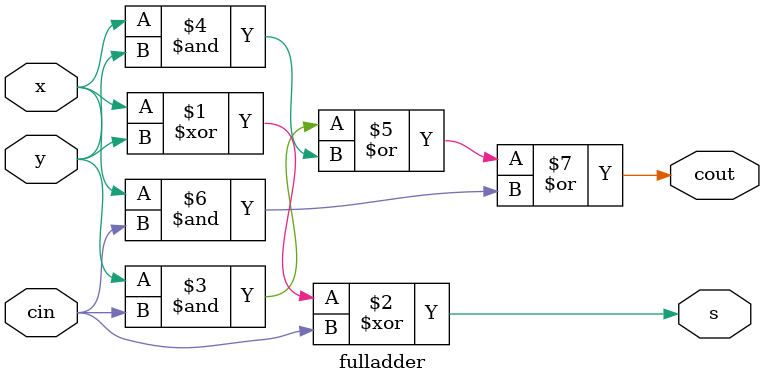
<source format=v>
module fulladder(x,y,cin,s,cout);
	input x;
	input y;
	input cin;
	output s;
	output cout;
	assign s = x^y^cin;
	assign cout = (y&cin) | (x&y) | (x&cin);
endmodule

</source>
